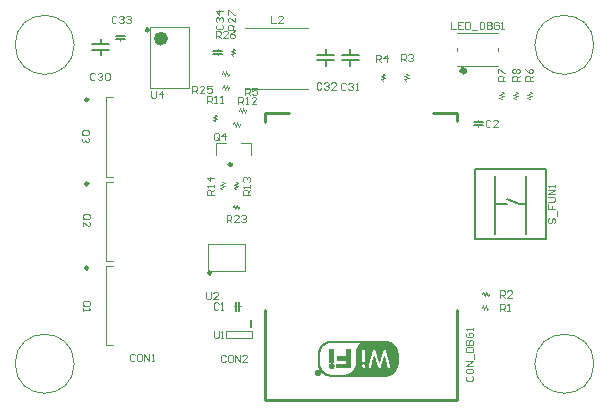
<source format=gto>
G04 Layer_Color=16777215*
%FSAX44Y44*%
%MOMM*%
G71*
G01*
G75*
%ADD26C,0.1270*%
%ADD27C,0.1524*%
%ADD28C,0.2032*%
%ADD41C,0.2500*%
%ADD42C,0.1016*%
%ADD43C,0.5000*%
%ADD44C,0.6000*%
%ADD45C,0.2000*%
%ADD46C,0.2540*%
%ADD47C,0.0127*%
D26*
X10393477Y10234676D02*
X10401097D01*
X10393477Y10232136D02*
X10401097D01*
X10192230Y10074920D02*
Y10082540D01*
X10194770Y10074920D02*
Y10082540D01*
X10172949Y10295201D02*
X10180569D01*
X10172949Y10292661D02*
X10180569D01*
X10090404Y10304642D02*
X10098024D01*
X10090404Y10307181D02*
X10098024D01*
D27*
X10077441Y10300461D02*
Y10305034D01*
Y10291318D02*
Y10295890D01*
X10070330Y10300461D02*
X10084553D01*
X10070330Y10295890D02*
X10084553D01*
X10268054Y10291572D02*
Y10296144D01*
Y10282428D02*
Y10287000D01*
X10260942Y10291572D02*
X10275166D01*
X10260942Y10287000D02*
X10275166D01*
X10288827Y10291572D02*
Y10296144D01*
Y10282428D02*
Y10287000D01*
X10281715Y10291572D02*
X10295939D01*
X10281715Y10287000D02*
X10295939D01*
D28*
X10204852Y10061496D02*
Y10067446D01*
X10411168Y10164990D02*
X10421139D01*
X10431272D02*
X10437668D01*
X10411168Y10140124D02*
Y10189146D01*
X10437668Y10140124D02*
Y10189146D01*
X10394668Y10135270D02*
Y10195270D01*
X10421139Y10169235D02*
X10431272Y10164990D01*
D41*
X10066846Y10111138D02*
G03*
X10066846Y10111138I-00001250J00000000D01*
G01*
Y10182411D02*
G03*
X10066846Y10182411I-00001250J00000000D01*
G01*
Y10253684D02*
G03*
X10066846Y10253684I-00001250J00000000D01*
G01*
X10188522Y10198696D02*
G03*
X10188522Y10198696I-00001250J00000000D01*
G01*
X10171030Y10106740D02*
G03*
X10171030Y10106740I-00001250J00000000D01*
G01*
X10118195Y10312654D02*
G03*
X10118195Y10312654I-00001250J00000000D01*
G01*
D42*
X10495000Y10030000D02*
G03*
X10495000Y10030000I-00025000J00000000D01*
G01*
X10055000D02*
G03*
X10055000Y10030000I-00025000J00000000D01*
G01*
Y10300000D02*
G03*
X10055000Y10300000I-00025000J00000000D01*
G01*
X10495000D02*
G03*
X10495000Y10300000I-00025000J00000000D01*
G01*
X10081978Y10112889D02*
X10087728D01*
X10081978Y10045889D02*
Y10112889D01*
Y10045889D02*
X10087728D01*
X10081978Y10117161D02*
X10087728D01*
X10081978D02*
Y10184161D01*
X10087728D01*
X10081978Y10255433D02*
X10087728D01*
X10081978Y10188433D02*
Y10255433D01*
Y10188433D02*
X10087728D01*
X10178494Y10178872D02*
X10180272Y10177856D01*
X10178494Y10178872D02*
X10182305Y10180142D01*
X10178494Y10181412D02*
X10182305Y10180142D01*
X10178494Y10181412D02*
X10182305Y10182682D01*
X10180231Y10183604D02*
X10182305Y10182682D01*
X10190267Y10178872D02*
X10192045Y10177856D01*
X10190267Y10178872D02*
X10194077Y10180142D01*
X10190267Y10181412D02*
X10194077Y10180142D01*
X10190267Y10181412D02*
X10194077Y10182682D01*
X10192003Y10183604D02*
X10194077Y10182682D01*
X10194273Y10230866D02*
X10195289Y10232644D01*
X10193003Y10234676D02*
X10194273Y10230866D01*
X10191733D02*
X10193003Y10234676D01*
X10190463D02*
X10191733Y10230866D01*
X10189541Y10232602D02*
X10190463Y10234676D01*
X10174478Y10241029D02*
X10176256Y10240013D01*
X10172446Y10238743D02*
X10176256Y10240013D01*
X10172446Y10238743D02*
X10176256Y10237473D01*
X10172446Y10236203D02*
X10176256Y10237473D01*
X10172446Y10236203D02*
X10174520Y10235281D01*
X10174772Y10206697D02*
Y10216697D01*
X10183514D01*
X10204772Y10206697D02*
Y10216697D01*
X10196030D02*
X10204772D01*
X10183439Y10052000D02*
X10205438D01*
X10183439Y10058000D02*
X10205438D01*
X10183439Y10052000D02*
Y10058000D01*
X10205438Y10052000D02*
Y10058000D01*
X10194893Y10244375D02*
X10195814Y10246449D01*
X10197084Y10242638D01*
X10198354Y10246449D01*
X10199624Y10242638D01*
X10200640Y10244417D01*
X10336033Y10275513D02*
X10338107Y10274591D01*
X10334297Y10273322D02*
X10338107Y10274591D01*
X10334297Y10273322D02*
X10338107Y10272052D01*
X10334297Y10270781D02*
X10338107Y10272052D01*
X10334297Y10270781D02*
X10336074Y10269766D01*
X10316221Y10275513D02*
X10318295Y10274591D01*
X10314485Y10273322D02*
X10318295Y10274591D01*
X10314485Y10273322D02*
X10318295Y10272052D01*
X10314485Y10270781D02*
X10318295Y10272052D01*
X10314485Y10270781D02*
X10316262Y10269766D01*
X10400088Y10077496D02*
X10401010Y10079570D01*
X10402279Y10075760D01*
X10403549Y10079570D01*
X10404819Y10075760D01*
X10405835Y10077538D01*
X10405073Y10087278D02*
X10405995Y10089352D01*
X10403802Y10091088D02*
X10405073Y10087278D01*
X10402533D02*
X10403802Y10091088D01*
X10401263D02*
X10402533Y10087278D01*
X10400247Y10089310D02*
X10401263Y10091088D01*
X10426827Y10255164D02*
X10428901Y10254241D01*
X10426827Y10255164D02*
X10430637Y10256433D01*
X10426827Y10257703D02*
X10430637Y10256433D01*
X10426827Y10257703D02*
X10430637Y10258973D01*
X10428859Y10259989D02*
X10430637Y10258973D01*
X10415055Y10255164D02*
X10417129Y10254241D01*
X10415055Y10255164D02*
X10418865Y10256433D01*
X10415055Y10257703D02*
X10418865Y10256433D01*
X10415055Y10257703D02*
X10418865Y10258973D01*
X10417086Y10259989D02*
X10418865Y10258973D01*
X10438600Y10255164D02*
X10440674Y10254241D01*
X10438600Y10255164D02*
X10442410Y10256433D01*
X10438600Y10257703D02*
X10442410Y10256433D01*
X10438600Y10257703D02*
X10442410Y10258973D01*
X10440631Y10259989D02*
X10442410Y10258973D01*
X10414000Y10294558D02*
Y10297606D01*
X10379202Y10294558D02*
Y10297606D01*
X10378978Y10310082D02*
X10413978D01*
X10378978Y10282083D02*
X10413978D01*
X10397288Y10234676D02*
Y10236200D01*
Y10230612D02*
Y10232136D01*
X10190706Y10078730D02*
X10192230D01*
X10194770D02*
X10196294D01*
X10168250Y10108448D02*
X10199250D01*
X10168250Y10131448D02*
X10199250D01*
X10168250Y10108448D02*
Y10131448D01*
X10199250Y10108448D02*
Y10131448D01*
X10189091Y10162752D02*
X10190013Y10164826D01*
X10191282Y10161016D01*
X10192552Y10164826D01*
X10193823Y10161016D01*
X10194839Y10162794D01*
X10187477Y10291899D02*
X10189551Y10290978D01*
X10187477Y10291899D02*
X10191287Y10293169D01*
X10187477Y10294440D02*
X10191287Y10293169D01*
X10187477Y10294440D02*
X10191287Y10295709D01*
X10189509Y10296725D02*
X10191287Y10295709D01*
X10176759Y10295201D02*
Y10296725D01*
Y10291138D02*
Y10292661D01*
X10180305Y10275616D02*
X10181227Y10277690D01*
X10182497Y10273881D01*
X10183767Y10277690D01*
X10185037Y10273881D01*
X10186053Y10275658D01*
X10185291Y10261854D02*
X10186213Y10263928D01*
X10184021Y10265664D02*
X10185291Y10261854D01*
X10182751D02*
X10184021Y10265664D01*
X10181481D02*
X10182751Y10261854D01*
X10180465Y10263885D02*
X10181481Y10265664D01*
X10094214Y10303118D02*
Y10304642D01*
Y10307181D02*
Y10308706D01*
X10200031Y10262560D02*
X10253031D01*
X10200031Y10314559D02*
X10253031D01*
X10118986Y10263785D02*
X10151987D01*
X10118986Y10314786D02*
X10151987D01*
Y10263785D02*
Y10314786D01*
X10118986Y10263785D02*
Y10314786D01*
X10173208Y10173208D02*
X10167114D01*
Y10176255D01*
X10168130Y10177271D01*
X10170161D01*
X10171177Y10176255D01*
Y10173208D01*
Y10175239D02*
X10173208Y10177271D01*
Y10179302D02*
Y10181334D01*
Y10180318D01*
X10167114D01*
X10168130Y10179302D01*
X10173208Y10187427D02*
X10167114D01*
X10170161Y10184380D01*
Y10188443D01*
X10204196Y10172954D02*
X10198102D01*
Y10176001D01*
X10199117Y10177017D01*
X10201149D01*
X10202165Y10176001D01*
Y10172954D01*
Y10174985D02*
X10204196Y10177017D01*
Y10179048D02*
Y10181079D01*
Y10180063D01*
X10198102D01*
X10199117Y10179048D01*
Y10184127D02*
X10198102Y10185142D01*
Y10187173D01*
X10199117Y10188189D01*
X10200133D01*
X10201149Y10187173D01*
Y10186158D01*
Y10187173D01*
X10202165Y10188189D01*
X10203181D01*
X10204196Y10187173D01*
Y10185142D01*
X10203181Y10184127D01*
X10194036Y10249916D02*
Y10256010D01*
X10197083D01*
X10198099Y10254994D01*
Y10252963D01*
X10197083Y10251947D01*
X10194036D01*
X10196068D02*
X10198099Y10249916D01*
X10200130D02*
X10202161D01*
X10201146D01*
Y10256010D01*
X10200130Y10254994D01*
X10209271Y10249916D02*
X10205208D01*
X10209271Y10253978D01*
Y10254994D01*
X10208256Y10256010D01*
X10206224D01*
X10205208Y10254994D01*
X10167620Y10250424D02*
Y10256519D01*
X10170667D01*
X10171683Y10255502D01*
Y10253470D01*
X10170667Y10252455D01*
X10167620D01*
X10169651D02*
X10171683Y10250424D01*
X10173714D02*
X10175745D01*
X10174730D01*
Y10256519D01*
X10173714Y10255502D01*
X10178792Y10250424D02*
X10180824D01*
X10179808D01*
Y10256519D01*
X10178792Y10255502D01*
X10177579Y10220618D02*
Y10224681D01*
X10176564Y10225696D01*
X10174532D01*
X10173516Y10224681D01*
Y10220618D01*
X10174532Y10219603D01*
X10176564D01*
X10175548Y10221634D02*
X10177579Y10219603D01*
X10176564D02*
X10177579Y10220618D01*
X10182657Y10219603D02*
Y10225696D01*
X10179611Y10222650D01*
X10183673D01*
X10062464Y10223502D02*
X10066526D01*
X10067542Y10224517D01*
Y10226548D01*
X10066526Y10227564D01*
X10062464D01*
X10061448Y10226548D01*
Y10224517D01*
X10063479Y10225533D02*
X10061448Y10223502D01*
Y10224517D02*
X10062464Y10223502D01*
X10066526Y10221470D02*
X10067542Y10220454D01*
Y10218423D01*
X10066526Y10217407D01*
X10065511D01*
X10064495Y10218423D01*
Y10219438D01*
Y10218423D01*
X10063479Y10217407D01*
X10062464D01*
X10061448Y10218423D01*
Y10220454D01*
X10062464Y10221470D01*
X10063480Y10152382D02*
X10067542D01*
X10068558Y10153397D01*
Y10155428D01*
X10067542Y10156444D01*
X10063480D01*
X10062464Y10155428D01*
Y10153397D01*
X10064495Y10154413D02*
X10062464Y10152382D01*
Y10153397D02*
X10063480Y10152382D01*
X10062464Y10146287D02*
Y10150350D01*
X10066526Y10146287D01*
X10067542D01*
X10068558Y10147303D01*
Y10149334D01*
X10067542Y10150350D01*
X10063480Y10078975D02*
X10067542D01*
X10068558Y10079991D01*
Y10082022D01*
X10067542Y10083038D01*
X10063480D01*
X10062464Y10082022D01*
Y10079991D01*
X10064495Y10081006D02*
X10062464Y10078975D01*
Y10079991D02*
X10063480Y10078975D01*
X10062464Y10076944D02*
Y10074913D01*
Y10075928D01*
X10068558D01*
X10067542Y10076944D01*
X10173208Y10057890D02*
Y10052812D01*
X10174224Y10051796D01*
X10176255D01*
X10177271Y10052812D01*
Y10057890D01*
X10179302Y10051796D02*
X10181334D01*
X10180318D01*
Y10057890D01*
X10179302Y10056874D01*
X10457435Y10153141D02*
X10456420Y10152125D01*
Y10150094D01*
X10457435Y10149078D01*
X10458451D01*
X10459467Y10150094D01*
Y10152125D01*
X10460482Y10153141D01*
X10461498D01*
X10462513Y10152125D01*
Y10150094D01*
X10461498Y10149078D01*
X10463530Y10155172D02*
Y10159235D01*
X10456420Y10165329D02*
Y10161266D01*
X10459467D01*
Y10163297D01*
Y10161266D01*
X10462513D01*
X10456420Y10167360D02*
X10461498D01*
X10462513Y10168376D01*
Y10170407D01*
X10461498Y10171423D01*
X10456420D01*
X10462513Y10173454D02*
X10456420D01*
X10462513Y10177517D01*
X10456420D01*
X10462513Y10179548D02*
Y10181580D01*
Y10180564D01*
X10456420D01*
X10457435Y10179548D01*
X10199878Y10257535D02*
Y10263630D01*
X10202925D01*
X10203940Y10262615D01*
Y10260583D01*
X10202925Y10259568D01*
X10199878D01*
X10201909D02*
X10203940Y10257535D01*
X10210035Y10263630D02*
X10205972D01*
Y10260583D01*
X10208004Y10261599D01*
X10209019D01*
X10210035Y10260583D01*
Y10258552D01*
X10209019Y10257535D01*
X10206988D01*
X10205972Y10258552D01*
X10331749Y10286025D02*
Y10292119D01*
X10334796D01*
X10335812Y10291104D01*
Y10289072D01*
X10334796Y10288057D01*
X10331749D01*
X10333781D02*
X10335812Y10286025D01*
X10337843Y10291104D02*
X10338859Y10292119D01*
X10340890D01*
X10341906Y10291104D01*
Y10290088D01*
X10340890Y10289072D01*
X10339874D01*
X10340890D01*
X10341906Y10288057D01*
Y10287041D01*
X10340890Y10286025D01*
X10338859D01*
X10337843Y10287041D01*
X10310465Y10285667D02*
Y10291760D01*
X10313512D01*
X10314528Y10290745D01*
Y10288713D01*
X10313512Y10287698D01*
X10310465D01*
X10312496D02*
X10314528Y10285667D01*
X10319606D02*
Y10291760D01*
X10316559Y10288713D01*
X10320621D01*
X10415778Y10074656D02*
Y10080750D01*
X10418824D01*
X10419841Y10079734D01*
Y10077703D01*
X10418824Y10076687D01*
X10415778D01*
X10417809D02*
X10419841Y10074656D01*
X10421873D02*
X10423904D01*
X10422888D01*
Y10080750D01*
X10421873Y10079734D01*
X10415524Y10086086D02*
Y10092180D01*
X10418571D01*
X10419586Y10091165D01*
Y10089133D01*
X10418571Y10088117D01*
X10415524D01*
X10417555D02*
X10419586Y10086086D01*
X10425681D02*
X10421617D01*
X10425681Y10090149D01*
Y10091165D01*
X10424666Y10092180D01*
X10422634D01*
X10421617Y10091165D01*
X10432161Y10269700D02*
X10426067D01*
Y10272747D01*
X10427083Y10273762D01*
X10429114D01*
X10430129Y10272747D01*
Y10269700D01*
Y10271731D02*
X10432161Y10273762D01*
X10427083Y10275795D02*
X10426067Y10276810D01*
Y10278842D01*
X10427083Y10279857D01*
X10428098D01*
X10429114Y10278842D01*
X10430129Y10279857D01*
X10431145D01*
X10432161Y10278842D01*
Y10276810D01*
X10431145Y10275795D01*
X10430129D01*
X10429114Y10276810D01*
X10428098Y10275795D01*
X10427083D01*
X10429114Y10276810D02*
Y10278842D01*
X10420188Y10269700D02*
X10414094D01*
Y10272747D01*
X10415110Y10273762D01*
X10417141D01*
X10418157Y10272747D01*
Y10269700D01*
Y10271731D02*
X10420188Y10273762D01*
X10414094Y10275795D02*
Y10279857D01*
X10415110D01*
X10419172Y10275795D01*
X10420188D01*
X10443171Y10269700D02*
X10437078D01*
Y10272747D01*
X10438093Y10273762D01*
X10440125D01*
X10441140Y10272747D01*
Y10269700D01*
Y10271731D02*
X10443171Y10273762D01*
X10437078Y10279857D02*
X10438093Y10277826D01*
X10440125Y10275795D01*
X10442156D01*
X10443171Y10276810D01*
Y10278842D01*
X10442156Y10279857D01*
X10441140D01*
X10440125Y10278842D01*
Y10275795D01*
X10373868Y10319764D02*
Y10313669D01*
X10377931D01*
X10384025Y10319764D02*
X10379962D01*
Y10313669D01*
X10384025D01*
X10379962Y10316718D02*
X10381993D01*
X10386056Y10319764D02*
Y10313669D01*
X10389103D01*
X10390118Y10314686D01*
Y10318749D01*
X10389103Y10319764D01*
X10386056D01*
X10392150Y10312654D02*
X10396212D01*
X10398245Y10319764D02*
Y10313669D01*
X10401292D01*
X10402307Y10314686D01*
Y10318749D01*
X10401292Y10319764D01*
X10398245D01*
X10404338D02*
Y10313669D01*
X10407385D01*
X10408401Y10314686D01*
Y10315702D01*
X10407385Y10316718D01*
X10404338D01*
X10407385D01*
X10408401Y10317733D01*
Y10318749D01*
X10407385Y10319764D01*
X10404338D01*
X10414495Y10318749D02*
X10413479Y10319764D01*
X10411448D01*
X10410432Y10318749D01*
Y10314686D01*
X10411448Y10313669D01*
X10413479D01*
X10414495Y10314686D01*
Y10316718D01*
X10412463D01*
X10416526Y10313669D02*
X10418557D01*
X10417542D01*
Y10319764D01*
X10416526Y10318749D01*
X10387585Y10019791D02*
X10386570Y10018775D01*
Y10016744D01*
X10387585Y10015728D01*
X10391648D01*
X10392664Y10016744D01*
Y10018775D01*
X10391648Y10019791D01*
X10386570Y10024869D02*
Y10022838D01*
X10387585Y10021822D01*
X10391648D01*
X10392664Y10022838D01*
Y10024869D01*
X10391648Y10025884D01*
X10387585D01*
X10386570Y10024869D01*
X10392664Y10027916D02*
X10386570D01*
X10392664Y10031979D01*
X10386570D01*
X10393679Y10034010D02*
Y10038073D01*
X10386570Y10040104D02*
X10392664D01*
Y10043151D01*
X10391648Y10044167D01*
X10387585D01*
X10386570Y10043151D01*
Y10040104D01*
Y10046198D02*
X10392664D01*
Y10049245D01*
X10391648Y10050261D01*
X10390632D01*
X10389617Y10049245D01*
Y10046198D01*
Y10049245D01*
X10388601Y10050261D01*
X10387585D01*
X10386570Y10049245D01*
Y10046198D01*
X10387585Y10056355D02*
X10386570Y10055339D01*
Y10053307D01*
X10387585Y10052292D01*
X10391648D01*
X10392664Y10053307D01*
Y10055339D01*
X10391648Y10056355D01*
X10389617D01*
Y10054324D01*
X10392664Y10058386D02*
Y10060417D01*
Y10059402D01*
X10386570D01*
X10387585Y10058386D01*
X10106404Y10037316D02*
X10105389Y10038332D01*
X10103358D01*
X10102342Y10037316D01*
Y10033254D01*
X10103358Y10032238D01*
X10105389D01*
X10106404Y10033254D01*
X10111483Y10038332D02*
X10109452D01*
X10108436Y10037316D01*
Y10033254D01*
X10109452Y10032238D01*
X10111483D01*
X10112499Y10033254D01*
Y10037316D01*
X10111483Y10038332D01*
X10114530Y10032238D02*
Y10038332D01*
X10118593Y10032238D01*
Y10038332D01*
X10120624Y10032238D02*
X10122656D01*
X10121639D01*
Y10038332D01*
X10120624Y10037316D01*
X10407395Y10235690D02*
X10406379Y10236706D01*
X10404348D01*
X10403333Y10235690D01*
Y10231628D01*
X10404348Y10230612D01*
X10406379D01*
X10407395Y10231628D01*
X10413489Y10230612D02*
X10409426D01*
X10413489Y10234675D01*
Y10235690D01*
X10412473Y10236706D01*
X10410442D01*
X10409426Y10235690D01*
X10177271Y10081004D02*
X10176255Y10082020D01*
X10174224D01*
X10173208Y10081004D01*
Y10076942D01*
X10174224Y10075926D01*
X10176255D01*
X10177271Y10076942D01*
X10179302Y10075926D02*
X10181334D01*
X10180318D01*
Y10082020D01*
X10179302Y10081004D01*
X10183152Y10036513D02*
X10182137Y10037529D01*
X10180106D01*
X10179090Y10036513D01*
Y10032451D01*
X10180106Y10031435D01*
X10182137D01*
X10183152Y10032451D01*
X10188231Y10037529D02*
X10186199D01*
X10185184Y10036513D01*
Y10032451D01*
X10186199Y10031435D01*
X10188231D01*
X10189246Y10032451D01*
Y10036513D01*
X10188231Y10037529D01*
X10191277Y10031435D02*
Y10037529D01*
X10195341Y10031435D01*
Y10037529D01*
X10201434Y10031435D02*
X10197372D01*
X10201434Y10035497D01*
Y10036513D01*
X10200419Y10037529D01*
X10198387D01*
X10197372Y10036513D01*
X10166858Y10090656D02*
Y10085578D01*
X10167874Y10084562D01*
X10169905D01*
X10170920Y10085578D01*
Y10090656D01*
X10177015Y10084562D02*
X10172952D01*
X10177015Y10088625D01*
Y10089641D01*
X10175999Y10090656D01*
X10173968D01*
X10172952Y10089641D01*
X10184130Y10149840D02*
Y10155934D01*
X10187177D01*
X10188193Y10154918D01*
Y10152887D01*
X10187177Y10151871D01*
X10184130D01*
X10186161D02*
X10188193Y10149840D01*
X10194286D02*
X10190224D01*
X10194286Y10153903D01*
Y10154918D01*
X10193271Y10155934D01*
X10191240D01*
X10190224Y10154918D01*
X10196318D02*
X10197334Y10155934D01*
X10199365D01*
X10200381Y10154918D01*
Y10153903D01*
X10199365Y10152887D01*
X10198350D01*
X10199365D01*
X10200381Y10151871D01*
Y10150856D01*
X10199365Y10149840D01*
X10197334D01*
X10196318Y10150856D01*
X10072804Y10275179D02*
X10071788Y10276195D01*
X10069757D01*
X10068741Y10275179D01*
Y10271117D01*
X10069757Y10270101D01*
X10071788D01*
X10072804Y10271117D01*
X10074835Y10275179D02*
X10075851Y10276195D01*
X10077883D01*
X10078898Y10275179D01*
Y10274164D01*
X10077883Y10273148D01*
X10076867D01*
X10077883D01*
X10078898Y10272133D01*
Y10271117D01*
X10077883Y10270101D01*
X10075851D01*
X10074835Y10271117D01*
X10080930Y10275179D02*
X10081945Y10276195D01*
X10083976D01*
X10084992Y10275179D01*
Y10271117D01*
X10083976Y10270101D01*
X10081945D01*
X10080930Y10271117D01*
Y10275179D01*
X10285112Y10266932D02*
X10284097Y10267948D01*
X10282065D01*
X10281050Y10266932D01*
Y10262870D01*
X10282065Y10261854D01*
X10284097D01*
X10285112Y10262870D01*
X10287144Y10266932D02*
X10288159Y10267948D01*
X10290192D01*
X10291207Y10266932D01*
Y10265917D01*
X10290192Y10264901D01*
X10289175D01*
X10290192D01*
X10291207Y10263885D01*
Y10262870D01*
X10290192Y10261854D01*
X10288159D01*
X10287144Y10262870D01*
X10293239Y10261854D02*
X10295270D01*
X10294254D01*
Y10267948D01*
X10293239Y10266932D01*
X10264285Y10267186D02*
X10263269Y10268202D01*
X10261238D01*
X10260222Y10267186D01*
Y10263124D01*
X10261238Y10262108D01*
X10263269D01*
X10264285Y10263124D01*
X10266316Y10267186D02*
X10267332Y10268202D01*
X10269363D01*
X10270378Y10267186D01*
Y10266171D01*
X10269363Y10265155D01*
X10268347D01*
X10269363D01*
X10270378Y10264139D01*
Y10263124D01*
X10269363Y10262108D01*
X10267332D01*
X10266316Y10263124D01*
X10276472Y10262108D02*
X10272410D01*
X10276472Y10266171D01*
Y10267186D01*
X10275457Y10268202D01*
X10273425D01*
X10272410Y10267186D01*
X10090823Y10323574D02*
X10089807Y10324590D01*
X10087776D01*
X10086760Y10323574D01*
Y10319512D01*
X10087776Y10318496D01*
X10089807D01*
X10090823Y10319512D01*
X10092854Y10323574D02*
X10093870Y10324590D01*
X10095901D01*
X10096917Y10323574D01*
Y10322559D01*
X10095901Y10321543D01*
X10094885D01*
X10095901D01*
X10096917Y10320527D01*
Y10319512D01*
X10095901Y10318496D01*
X10093870D01*
X10092854Y10319512D01*
X10098948Y10323574D02*
X10099963Y10324590D01*
X10101995D01*
X10103011Y10323574D01*
Y10322559D01*
X10101995Y10321543D01*
X10100979D01*
X10101995D01*
X10103011Y10320527D01*
Y10319512D01*
X10101995Y10318496D01*
X10099963D01*
X10098948Y10319512D01*
X10175900Y10317224D02*
X10174885Y10316208D01*
Y10314177D01*
X10175900Y10313162D01*
X10179963D01*
X10180979Y10314177D01*
Y10316208D01*
X10179963Y10317224D01*
X10175900Y10319257D02*
X10174885Y10320272D01*
Y10322303D01*
X10175900Y10323319D01*
X10176917D01*
X10177932Y10322303D01*
Y10321288D01*
Y10322303D01*
X10178948Y10323319D01*
X10179963D01*
X10180979Y10322303D01*
Y10320272D01*
X10179963Y10319257D01*
X10180979Y10328397D02*
X10174885D01*
X10177932Y10325350D01*
Y10329413D01*
X10221722Y10324628D02*
Y10318534D01*
X10225785D01*
X10231879D02*
X10227816D01*
X10231879Y10322596D01*
Y10323612D01*
X10230863Y10324628D01*
X10228832D01*
X10227816Y10323612D01*
X10155174Y10259314D02*
Y10265408D01*
X10158221D01*
X10159236Y10264392D01*
Y10262361D01*
X10158221Y10261345D01*
X10155174D01*
X10157205D02*
X10159236Y10259314D01*
X10165331D02*
X10161268D01*
X10165331Y10263376D01*
Y10264392D01*
X10164315Y10265408D01*
X10162284D01*
X10161268Y10264392D01*
X10171425Y10265408D02*
X10167362D01*
Y10262361D01*
X10169393Y10263376D01*
X10170409D01*
X10171425Y10262361D01*
Y10260330D01*
X10170409Y10259314D01*
X10168378D01*
X10167362Y10260330D01*
X10174986Y10305796D02*
Y10311890D01*
X10178033D01*
X10179048Y10310874D01*
Y10308843D01*
X10178033Y10307827D01*
X10174986D01*
X10177017D02*
X10179048Y10305796D01*
X10185143D02*
X10181080D01*
X10185143Y10309858D01*
Y10310874D01*
X10184127Y10311890D01*
X10182096D01*
X10181080Y10310874D01*
X10191237Y10311890D02*
X10189205Y10310874D01*
X10187174Y10308843D01*
Y10306812D01*
X10188190Y10305796D01*
X10190221D01*
X10191237Y10306812D01*
Y10307827D01*
X10190221Y10308843D01*
X10187174D01*
X10191242Y10312908D02*
X10185148D01*
Y10315955D01*
X10186164Y10316970D01*
X10188195D01*
X10189211Y10315955D01*
Y10312908D01*
Y10314939D02*
X10191242Y10316970D01*
Y10323065D02*
Y10319001D01*
X10187180Y10323065D01*
X10186164D01*
X10185148Y10322050D01*
Y10320017D01*
X10186164Y10319001D01*
X10185148Y10325096D02*
Y10329159D01*
X10186164D01*
X10190226Y10325096D01*
X10191242D01*
X10120376Y10261344D02*
Y10256266D01*
X10121392Y10255250D01*
X10123423D01*
X10124438Y10256266D01*
Y10261344D01*
X10129517Y10255250D02*
Y10261344D01*
X10126470Y10258297D01*
X10130533D01*
D43*
X10385536Y10278048D02*
G03*
X10385536Y10278048I-00001000J00000000D01*
G01*
D44*
X10131494Y10305278D02*
G03*
X10131494Y10305278I-00003000J00000000D01*
G01*
D45*
X10394668Y10135270D02*
X10454668D01*
X10394668Y10195270D02*
X10454668D01*
Y10135270D02*
Y10195270D01*
D46*
X10216910Y09999560D02*
X10379469D01*
X10216910D02*
Y10075760D01*
Y10234510D02*
Y10242130D01*
X10237230D01*
X10359149D02*
X10379469D01*
Y10235780D02*
Y10242130D01*
Y09999560D02*
Y10075760D01*
D47*
X10271139Y10019880D02*
X10318890D01*
X10270376Y10020007D02*
X10319652D01*
X10269868Y10020134D02*
X10320160D01*
X10269360Y10020261D02*
X10320669D01*
X10268979Y10020388D02*
X10321050D01*
X10268599Y10020515D02*
X10321431D01*
X10268345Y10020642D02*
X10321685D01*
X10267964Y10020769D02*
X10322065D01*
X10260343D02*
X10261614D01*
X10267710Y10020896D02*
X10322319D01*
X10260089D02*
X10261995D01*
X10285236Y10021023D02*
X10322573D01*
X10267456D02*
X10270885D01*
X10259835D02*
X10262122D01*
X10285997Y10021150D02*
X10322827D01*
X10267201D02*
X10270249D01*
X10261360D02*
X10262249D01*
X10259708D02*
X10260597D01*
X10286378Y10021277D02*
X10323081D01*
X10266947D02*
X10269741D01*
X10261741D02*
X10262502D01*
X10259581D02*
X10260216D01*
X10286886Y10021404D02*
X10323208D01*
X10266820D02*
X10269233D01*
X10261868D02*
X10262502D01*
X10259454D02*
X10260089D01*
X10287140Y10021531D02*
X10323462D01*
X10266566D02*
X10268853D01*
X10262122D02*
X10262629D01*
X10259327D02*
X10259962D01*
X10287522Y10021658D02*
X10323717D01*
X10266439D02*
X10268599D01*
X10262249D02*
X10262756D01*
X10260725D02*
X10261868D01*
X10259327D02*
X10259835D01*
X10287776Y10021785D02*
X10323844D01*
X10266185D02*
X10268218D01*
X10262249D02*
X10262756D01*
X10260343D02*
X10261868D01*
X10259200D02*
X10259708D01*
X10288030Y10021912D02*
X10323971D01*
X10266058D02*
X10267964D01*
X10262375D02*
X10262883D01*
X10260216D02*
X10261868D01*
X10259200D02*
X10259581D01*
X10288284Y10022039D02*
X10324225D01*
X10265804D02*
X10267710D01*
X10262375D02*
X10262883D01*
X10261487D02*
X10261868D01*
X10260216D02*
X10260852D01*
X10259073D02*
X10259581D01*
X10288538Y10022166D02*
X10324352D01*
X10265677D02*
X10267456D01*
X10262502D02*
X10262883D01*
X10261487D02*
X10261868D01*
X10260216D02*
X10260725D01*
X10259073D02*
X10259454D01*
X10288792Y10022293D02*
X10324479D01*
X10265551D02*
X10267329D01*
X10262502D02*
X10263010D01*
X10261487D02*
X10261868D01*
X10260216D02*
X10260725D01*
X10259073D02*
X10259454D01*
X10288918Y10022420D02*
X10324733D01*
X10265297D02*
X10267074D01*
X10262502D02*
X10263010D01*
X10261487D02*
X10261868D01*
X10260216D02*
X10260725D01*
X10259073D02*
X10259454D01*
X10289172Y10022547D02*
X10324860D01*
X10265170D02*
X10266947D01*
X10262502D02*
X10263010D01*
X10260216D02*
X10261868D01*
X10258947D02*
X10259454D01*
X10289299Y10022674D02*
X10324987D01*
X10265043D02*
X10266693D01*
X10262502D02*
X10263010D01*
X10260343D02*
X10261868D01*
X10258947D02*
X10259454D01*
X10289553Y10022801D02*
X10325114D01*
X10264916D02*
X10266566D01*
X10262629D02*
X10263010D01*
X10260597D02*
X10261868D01*
X10258947D02*
X10259454D01*
X10289680Y10022928D02*
X10325240D01*
X10264789D02*
X10266312D01*
X10262502D02*
X10263010D01*
X10261487D02*
X10261868D01*
X10260597D02*
X10261233D01*
X10258947D02*
X10259454D01*
X10289807Y10023055D02*
X10325367D01*
X10264662D02*
X10266185D01*
X10262502D02*
X10263010D01*
X10261487D02*
X10261868D01*
X10260470D02*
X10260979D01*
X10259073D02*
X10259454D01*
X10289934Y10023182D02*
X10325494D01*
X10264535D02*
X10266058D01*
X10262502D02*
X10263010D01*
X10261487D02*
X10261868D01*
X10260343D02*
X10260979D01*
X10259073D02*
X10259454D01*
X10290188Y10023309D02*
X10325621D01*
X10264408D02*
X10265804D01*
X10262502D02*
X10262883D01*
X10261487D02*
X10261868D01*
X10260343D02*
X10260852D01*
X10259073D02*
X10259581D01*
X10290315Y10023436D02*
X10325748D01*
X10264281D02*
X10265677D01*
X10262375D02*
X10262883D01*
X10261487D02*
X10261868D01*
X10260216D02*
X10260725D01*
X10259073D02*
X10259581D01*
X10290442Y10023563D02*
X10325875D01*
X10264154D02*
X10265551D01*
X10262375D02*
X10262756D01*
X10261487D02*
X10261868D01*
X10260089D02*
X10260725D01*
X10259200D02*
X10259708D01*
X10290570Y10023690D02*
X10326002D01*
X10264027D02*
X10265424D01*
X10262249D02*
X10262756D01*
X10261487D02*
X10261868D01*
X10260089D02*
X10260597D01*
X10259200D02*
X10259708D01*
X10290697Y10023817D02*
X10326129D01*
X10263899D02*
X10265297D01*
X10262122D02*
X10262629D01*
X10259327D02*
X10259835D01*
X10290824Y10023944D02*
X10326256D01*
X10263899D02*
X10265170D01*
X10261995D02*
X10262629D01*
X10259454D02*
X10260089D01*
X10290951Y10024071D02*
X10326256D01*
X10263772D02*
X10265043D01*
X10261741D02*
X10262502D01*
X10259581D02*
X10260216D01*
X10290951Y10024198D02*
X10326383D01*
X10263645D02*
X10264916D01*
X10261487D02*
X10262375D01*
X10259708D02*
X10260470D01*
X10291078Y10024325D02*
X10326510D01*
X10263518D02*
X10264789D01*
X10259835D02*
X10262122D01*
X10291205Y10024452D02*
X10326637D01*
X10263391D02*
X10264789D01*
X10259962D02*
X10261995D01*
X10291332Y10024579D02*
X10326637D01*
X10263391D02*
X10264662D01*
X10260343D02*
X10261614D01*
X10291459Y10024706D02*
X10326764D01*
X10263264D02*
X10264535D01*
X10291586Y10024833D02*
X10326892D01*
X10263137D02*
X10264408D01*
X10291586Y10024960D02*
X10327019D01*
X10263137D02*
X10264281D01*
X10291713Y10025087D02*
X10327019D01*
X10263010D02*
X10264281D01*
X10291840Y10025214D02*
X10327146D01*
X10262883D02*
X10264154D01*
X10291840Y10025341D02*
X10327146D01*
X10262883D02*
X10264027D01*
X10291967Y10025468D02*
X10327273D01*
X10262756D02*
X10264027D01*
X10292094Y10025595D02*
X10327400D01*
X10262756D02*
X10263899D01*
X10292094Y10025722D02*
X10327400D01*
X10262629D02*
X10263772D01*
X10292220Y10025849D02*
X10327527D01*
X10262502D02*
X10263772D01*
X10292220Y10025976D02*
X10327527D01*
X10262502D02*
X10263645D01*
X10292347Y10026103D02*
X10327654D01*
X10262375D02*
X10263645D01*
X10292347Y10026230D02*
X10327654D01*
X10262375D02*
X10263518D01*
X10292474Y10026357D02*
X10327781D01*
X10262249D02*
X10263391D01*
X10299967Y10026484D02*
X10327781D01*
X10292474D02*
X10299332D01*
X10272535D02*
X10273043D01*
X10262249D02*
X10263391D01*
X10300476Y10026611D02*
X10327908D01*
X10292601D02*
X10298951D01*
X10272028D02*
X10273551D01*
X10262249D02*
X10263264D01*
X10300730Y10026738D02*
X10327908D01*
X10292601D02*
X10298698D01*
X10271774D02*
X10273805D01*
X10262122D02*
X10263264D01*
X10322827Y10026865D02*
X10327908D01*
X10322573D02*
X10322700D01*
X10320033D02*
X10320288D01*
X10314446D02*
X10319906D01*
X10312032D02*
X10312159D01*
X10311652D02*
X10311906D01*
X10306190D02*
X10311525D01*
X10303269D02*
X10303396D01*
X10300857D02*
X10303142D01*
X10292728D02*
X10298444D01*
X10271520D02*
X10273933D01*
X10262122D02*
X10263264D01*
X10322954Y10026992D02*
X10328035D01*
X10314446D02*
X10319525D01*
X10306317D02*
X10311525D01*
X10300984D02*
X10303142D01*
X10292728D02*
X10298317D01*
X10276726D02*
X10288284D01*
X10271393D02*
X10274060D01*
X10261995D02*
X10263137D01*
X10322954Y10027119D02*
X10328035D01*
X10314446D02*
X10319525D01*
X10306317D02*
X10311398D01*
X10301111D02*
X10303142D01*
X10292728D02*
X10298190D01*
X10276599D02*
X10288284D01*
X10271266D02*
X10274187D01*
X10261995D02*
X10263137D01*
X10322827Y10027246D02*
X10328162D01*
X10314573D02*
X10319525D01*
X10306317D02*
X10311398D01*
X10301238D02*
X10303269D01*
X10292855D02*
X10298063D01*
X10276726D02*
X10288284D01*
X10271266D02*
X10274314D01*
X10261995D02*
X10263010D01*
X10322827Y10027373D02*
X10328162D01*
X10314573D02*
X10319525D01*
X10306444D02*
X10311398D01*
X10301365D02*
X10303269D01*
X10292855D02*
X10298063D01*
X10276726D02*
X10288284D01*
X10271139D02*
X10274441D01*
X10261868D02*
X10263010D01*
X10322827Y10027500D02*
X10328162D01*
X10314573D02*
X10319398D01*
X10306444D02*
X10311398D01*
X10301365D02*
X10303269D01*
X10292982D02*
X10297936D01*
X10276726D02*
X10288284D01*
X10271012D02*
X10274441D01*
X10261868D02*
X10263010D01*
X10322827Y10027627D02*
X10328289D01*
X10314700D02*
X10319398D01*
X10306444D02*
X10311271D01*
X10301492D02*
X10303269D01*
X10292982D02*
X10297936D01*
X10276726D02*
X10288284D01*
X10271012D02*
X10274568D01*
X10261741D02*
X10262883D01*
X10322700Y10027754D02*
X10328289D01*
X10314700D02*
X10319398D01*
X10306444D02*
X10311271D01*
X10301492D02*
X10303396D01*
X10292982D02*
X10297809D01*
X10276726D02*
X10288284D01*
X10270885D02*
X10274568D01*
X10261741D02*
X10262883D01*
X10322700Y10027881D02*
X10328289D01*
X10314700D02*
X10319398D01*
X10306444D02*
X10311271D01*
X10301492D02*
X10303396D01*
X10293109D02*
X10297809D01*
X10276726D02*
X10288284D01*
X10270885D02*
X10274568D01*
X10261741D02*
X10262756D01*
X10322700Y10028008D02*
X10328416D01*
X10314827D02*
X10319271D01*
X10306571D02*
X10311144D01*
X10301619D02*
X10303396D01*
X10293109D02*
X10297809D01*
X10276726D02*
X10288284D01*
X10270885D02*
X10274695D01*
X10261741D02*
X10262756D01*
X10322700Y10028135D02*
X10328416D01*
X10314827D02*
X10319271D01*
X10306571D02*
X10311144D01*
X10301619D02*
X10303396D01*
X10293109D02*
X10297809D01*
X10276726D02*
X10288284D01*
X10270885D02*
X10274695D01*
X10261614D02*
X10262756D01*
X10322573Y10028262D02*
X10328416D01*
X10314827D02*
X10319271D01*
X10306571D02*
X10311144D01*
X10301619D02*
X10303523D01*
X10293109D02*
X10297809D01*
X10276726D02*
X10288284D01*
X10270885D02*
X10274695D01*
X10261614D02*
X10262756D01*
X10322573Y10028389D02*
X10328416D01*
X10314827D02*
X10319271D01*
X10306571D02*
X10311144D01*
X10301619D02*
X10303523D01*
X10293236D02*
X10297682D01*
X10276726D02*
X10288284D01*
X10270885D02*
X10274695D01*
X10261614D02*
X10262629D01*
X10322573Y10028516D02*
X10328542D01*
X10314954D02*
X10319271D01*
X10306698D02*
X10311017D01*
X10301619D02*
X10303523D01*
X10293236D02*
X10297809D01*
X10276726D02*
X10288284D01*
X10270885D02*
X10274695D01*
X10261487D02*
X10262629D01*
X10322573Y10028643D02*
X10328542D01*
X10314954D02*
X10319144D01*
X10306698D02*
X10311017D01*
X10301619D02*
X10303523D01*
X10293236D02*
X10297809D01*
X10276726D02*
X10288284D01*
X10270885D02*
X10274695D01*
X10261487D02*
X10262629D01*
X10322446Y10028770D02*
X10328542D01*
X10314954D02*
X10319144D01*
X10306698D02*
X10311017D01*
X10301492D02*
X10303650D01*
X10293236D02*
X10297809D01*
X10276726D02*
X10288284D01*
X10270885D02*
X10274695D01*
X10261487D02*
X10262629D01*
X10322446Y10028897D02*
X10328542D01*
X10315081D02*
X10319144D01*
X10306698D02*
X10310890D01*
X10301492D02*
X10303650D01*
X10293363D02*
X10297809D01*
X10276726D02*
X10288284D01*
X10270885D02*
X10274568D01*
X10261487D02*
X10262502D01*
X10322446Y10029024D02*
X10328542D01*
X10315081D02*
X10319144D01*
X10306825D02*
X10310890D01*
X10301492D02*
X10303650D01*
X10293363D02*
X10297809D01*
X10276726D02*
X10288284D01*
X10271012D02*
X10274568D01*
X10261487D02*
X10262502D01*
X10322319Y10029151D02*
X10328669D01*
X10315081D02*
X10319017D01*
X10306825D02*
X10310890D01*
X10301492D02*
X10303650D01*
X10293363D02*
X10297936D01*
X10276726D02*
X10288284D01*
X10271012D02*
X10274568D01*
X10261360D02*
X10262502D01*
X10322319Y10029278D02*
X10328669D01*
X10315081D02*
X10319017D01*
X10306825D02*
X10310890D01*
X10301365D02*
X10303778D01*
X10293363D02*
X10297936D01*
X10276726D02*
X10288284D01*
X10271012D02*
X10274441D01*
X10261360D02*
X10262502D01*
X10322319Y10029405D02*
X10328669D01*
X10315208D02*
X10319017D01*
X10306825D02*
X10310763D01*
X10301365D02*
X10303778D01*
X10293363D02*
X10298063D01*
X10276726D02*
X10288284D01*
X10271139D02*
X10274441D01*
X10261360D02*
X10262502D01*
X10322319Y10029532D02*
X10328669D01*
X10315208D02*
X10319017D01*
X10306952D02*
X10310763D01*
X10301238D02*
X10303778D01*
X10293363D02*
X10298190D01*
X10276726D02*
X10288284D01*
X10271266D02*
X10274314D01*
X10261360D02*
X10262375D01*
X10322192Y10029659D02*
X10328669D01*
X10315208D02*
X10319017D01*
X10306952D02*
X10310763D01*
X10301111D02*
X10303905D01*
X10293363D02*
X10298190D01*
X10276726D02*
X10288284D01*
X10271266D02*
X10274187D01*
X10261360D02*
X10262375D01*
X10322192Y10029786D02*
X10328669D01*
X10315334D02*
X10318890D01*
X10306952D02*
X10310636D01*
X10300984D02*
X10303905D01*
X10293490D02*
X10298317D01*
X10276599D02*
X10288284D01*
X10271393D02*
X10274060D01*
X10261360D02*
X10262375D01*
X10322192Y10029913D02*
X10328669D01*
X10315334D02*
X10318890D01*
X10306952D02*
X10310636D01*
X10300857D02*
X10303905D01*
X10293490D02*
X10298444D01*
X10276726D02*
X10288284D01*
X10271647D02*
X10273933D01*
X10261360D02*
X10262375D01*
X10322192Y10030040D02*
X10328796D01*
X10315334D02*
X10318890D01*
X10306952D02*
X10310636D01*
X10300603D02*
X10303905D01*
X10293490D02*
X10298698D01*
X10284855D02*
X10288284D01*
X10271774D02*
X10273805D01*
X10261233D02*
X10262375D01*
X10322065Y10030167D02*
X10328796D01*
X10315461D02*
X10318890D01*
X10307080D02*
X10310636D01*
X10300348D02*
X10304032D01*
X10293490D02*
X10298951D01*
X10284855D02*
X10288284D01*
X10272028D02*
X10273424D01*
X10261233D02*
X10262375D01*
X10322065Y10030294D02*
X10328796D01*
X10315461D02*
X10318763D01*
X10307080D02*
X10310509D01*
X10299840D02*
X10304032D01*
X10293490D02*
X10299713D01*
X10284855D02*
X10288284D01*
X10272789D02*
X10272916D01*
X10261233D02*
X10262375D01*
X10322065Y10030421D02*
X10328796D01*
X10315461D02*
X10318763D01*
X10307080D02*
X10310509D01*
X10293490D02*
X10304032D01*
X10284855D02*
X10288284D01*
X10261233D02*
X10262375D01*
X10322065Y10030548D02*
X10328796D01*
X10315461D02*
X10318763D01*
X10307080D02*
X10310509D01*
X10293490D02*
X10304032D01*
X10284855D02*
X10288284D01*
X10261233D02*
X10262375D01*
X10321938Y10030675D02*
X10328796D01*
X10315588D02*
X10318763D01*
X10307080D02*
X10310382D01*
X10293490D02*
X10304159D01*
X10284855D02*
X10288284D01*
X10261233D02*
X10262375D01*
X10321938Y10030802D02*
X10328796D01*
X10315588D02*
X10318763D01*
X10307207D02*
X10310382D01*
X10293490D02*
X10304159D01*
X10284855D02*
X10288284D01*
X10261233D02*
X10262375D01*
X10321938Y10030929D02*
X10328796D01*
X10315588D02*
X10318636D01*
X10307207D02*
X10310382D01*
X10293490D02*
X10304159D01*
X10284855D02*
X10288284D01*
X10261233D02*
X10262375D01*
X10321812Y10031056D02*
X10328796D01*
X10315715D02*
X10318636D01*
X10307207D02*
X10310382D01*
X10293490D02*
X10304159D01*
X10284855D02*
X10288284D01*
X10261233D02*
X10262375D01*
X10321812Y10031183D02*
X10328796D01*
X10315715D02*
X10318636D01*
X10307207D02*
X10310254D01*
X10293490D02*
X10304286D01*
X10284855D02*
X10288284D01*
X10261233D02*
X10262375D01*
X10321812Y10031310D02*
X10328796D01*
X10315715D02*
X10318636D01*
X10307334D02*
X10310254D01*
X10293490D02*
X10304286D01*
X10284855D02*
X10288284D01*
X10261233D02*
X10262375D01*
X10321812Y10031437D02*
X10328796D01*
X10315715D02*
X10318510D01*
X10307334D02*
X10310254D01*
X10293490D02*
X10304286D01*
X10284855D02*
X10288284D01*
X10261233D02*
X10262375D01*
X10321685Y10031564D02*
X10328796D01*
X10315842D02*
X10318510D01*
X10307334D02*
X10310127D01*
X10293490D02*
X10304286D01*
X10284855D02*
X10288284D01*
X10261233D02*
X10262375D01*
X10321685Y10031691D02*
X10328796D01*
X10315842D02*
X10318510D01*
X10307334D02*
X10310127D01*
X10293490D02*
X10304413D01*
X10284855D02*
X10288284D01*
X10261233D02*
X10262375D01*
X10321685Y10031818D02*
X10328796D01*
X10315842D02*
X10318510D01*
X10313048D02*
X10313175D01*
X10307461D02*
X10310127D01*
X10301365D02*
X10304413D01*
X10293490D02*
X10298063D01*
X10284855D02*
X10288284D01*
X10271139D02*
X10274441D01*
X10261233D02*
X10262375D01*
X10321685Y10031945D02*
X10328796D01*
X10315969D02*
X10318383D01*
X10312921D02*
X10313175D01*
X10307461D02*
X10310127D01*
X10301365D02*
X10304413D01*
X10293490D02*
X10298063D01*
X10284855D02*
X10288284D01*
X10271139D02*
X10274441D01*
X10261233D02*
X10262375D01*
X10321558Y10032072D02*
X10328796D01*
X10315969D02*
X10318383D01*
X10312921D02*
X10313175D01*
X10307461D02*
X10310000D01*
X10301365D02*
X10304540D01*
X10293490D02*
X10298063D01*
X10284855D02*
X10288284D01*
X10271139D02*
X10274441D01*
X10261233D02*
X10262375D01*
X10321558Y10032199D02*
X10328796D01*
X10315969D02*
X10318383D01*
X10312921D02*
X10313175D01*
X10307461D02*
X10310000D01*
X10301365D02*
X10304540D01*
X10293490D02*
X10298063D01*
X10284855D02*
X10288284D01*
X10271139D02*
X10274441D01*
X10261233D02*
X10262375D01*
X10321558Y10032326D02*
X10328796D01*
X10316096D02*
X10318383D01*
X10312921D02*
X10313302D01*
X10307588D02*
X10310000D01*
X10301365D02*
X10304540D01*
X10293490D02*
X10298063D01*
X10284855D02*
X10288284D01*
X10271139D02*
X10274441D01*
X10261233D02*
X10262375D01*
X10321558Y10032453D02*
X10328796D01*
X10316096D02*
X10318383D01*
X10312794D02*
X10313302D01*
X10307588D02*
X10310000D01*
X10301238D02*
X10304540D01*
X10293490D02*
X10298063D01*
X10284855D02*
X10288284D01*
X10271139D02*
X10274441D01*
X10261233D02*
X10262375D01*
X10321431Y10032580D02*
X10328796D01*
X10316096D02*
X10318256D01*
X10312794D02*
X10313302D01*
X10307588D02*
X10309873D01*
X10301365D02*
X10304667D01*
X10293490D02*
X10298063D01*
X10284855D02*
X10288284D01*
X10271139D02*
X10274441D01*
X10261233D02*
X10262375D01*
X10321431Y10032707D02*
X10328796D01*
X10316096D02*
X10318256D01*
X10312794D02*
X10313429D01*
X10307588D02*
X10309873D01*
X10301365D02*
X10304667D01*
X10293490D02*
X10298063D01*
X10284855D02*
X10288284D01*
X10271139D02*
X10274441D01*
X10261233D02*
X10262375D01*
X10321431Y10032834D02*
X10328796D01*
X10316223D02*
X10318256D01*
X10312667D02*
X10313429D01*
X10307588D02*
X10309873D01*
X10301365D02*
X10304667D01*
X10293490D02*
X10298063D01*
X10284855D02*
X10288284D01*
X10271139D02*
X10274441D01*
X10261233D02*
X10262375D01*
X10321304Y10032961D02*
X10328796D01*
X10316223D02*
X10318256D01*
X10312667D02*
X10313429D01*
X10307715D02*
X10309746D01*
X10301365D02*
X10304667D01*
X10293490D02*
X10298063D01*
X10284855D02*
X10288284D01*
X10271139D02*
X10274441D01*
X10261233D02*
X10262375D01*
X10321304Y10033088D02*
X10328796D01*
X10316223D02*
X10318129D01*
X10312667D02*
X10313429D01*
X10307715D02*
X10309746D01*
X10301365D02*
X10304794D01*
X10293490D02*
X10298063D01*
X10284855D02*
X10288284D01*
X10271139D02*
X10274441D01*
X10261233D02*
X10262375D01*
X10321304Y10033215D02*
X10328796D01*
X10316350D02*
X10318129D01*
X10312667D02*
X10313556D01*
X10307715D02*
X10309746D01*
X10301365D02*
X10304794D01*
X10293490D02*
X10298063D01*
X10277235D02*
X10288284D01*
X10271139D02*
X10274441D01*
X10261233D02*
X10262375D01*
X10321304Y10033342D02*
X10328796D01*
X10316350D02*
X10318129D01*
X10312540D02*
X10313556D01*
X10307715D02*
X10309746D01*
X10301365D02*
X10304794D01*
X10293490D02*
X10298063D01*
X10277235D02*
X10288284D01*
X10271139D02*
X10274441D01*
X10261233D02*
X10262375D01*
X10321177Y10033469D02*
X10328796D01*
X10316350D02*
X10318129D01*
X10312540D02*
X10313556D01*
X10307842D02*
X10309619D01*
X10301365D02*
X10304794D01*
X10293490D02*
X10298063D01*
X10277235D02*
X10288284D01*
X10271139D02*
X10274441D01*
X10261233D02*
X10262375D01*
X10321177Y10033596D02*
X10328796D01*
X10316477D02*
X10318129D01*
X10312540D02*
X10313684D01*
X10307842D02*
X10309619D01*
X10301365D02*
X10304921D01*
X10293490D02*
X10298063D01*
X10277235D02*
X10288284D01*
X10271139D02*
X10274441D01*
X10261233D02*
X10262375D01*
X10321177Y10033723D02*
X10328796D01*
X10316477D02*
X10318002D01*
X10312413D02*
X10313684D01*
X10307842D02*
X10309619D01*
X10301365D02*
X10304921D01*
X10293490D02*
X10298063D01*
X10277235D02*
X10288284D01*
X10271139D02*
X10274441D01*
X10261233D02*
X10262375D01*
X10321177Y10033850D02*
X10328796D01*
X10316477D02*
X10318002D01*
X10312413D02*
X10313684D01*
X10307842D02*
X10309492D01*
X10301365D02*
X10304921D01*
X10293490D02*
X10298063D01*
X10277235D02*
X10288284D01*
X10271139D02*
X10274441D01*
X10261233D02*
X10262375D01*
X10321050Y10033977D02*
X10328796D01*
X10316477D02*
X10318002D01*
X10312413D02*
X10313684D01*
X10307969D02*
X10309492D01*
X10301365D02*
X10305048D01*
X10293490D02*
X10298063D01*
X10277235D02*
X10288284D01*
X10271139D02*
X10274441D01*
X10261233D02*
X10262375D01*
X10321050Y10034104D02*
X10328796D01*
X10316604D02*
X10318002D01*
X10312413D02*
X10313811D01*
X10307969D02*
X10309492D01*
X10301365D02*
X10305048D01*
X10293490D02*
X10298063D01*
X10277235D02*
X10288284D01*
X10271139D02*
X10274441D01*
X10261233D02*
X10262375D01*
X10321050Y10034231D02*
X10328796D01*
X10316604D02*
X10317875D01*
X10312286D02*
X10313811D01*
X10307969D02*
X10309492D01*
X10301365D02*
X10305048D01*
X10293490D02*
X10298063D01*
X10277235D02*
X10288284D01*
X10271139D02*
X10274441D01*
X10261233D02*
X10262375D01*
X10320923Y10034358D02*
X10328796D01*
X10316604D02*
X10317875D01*
X10312286D02*
X10313811D01*
X10307969D02*
X10309365D01*
X10301365D02*
X10305048D01*
X10293490D02*
X10298063D01*
X10277235D02*
X10288284D01*
X10271139D02*
X10274441D01*
X10261233D02*
X10262375D01*
X10320923Y10034485D02*
X10328796D01*
X10316731D02*
X10317875D01*
X10312286D02*
X10313938D01*
X10307969D02*
X10309365D01*
X10301365D02*
X10305175D01*
X10293490D02*
X10298063D01*
X10277235D02*
X10288284D01*
X10271139D02*
X10274441D01*
X10261233D02*
X10262375D01*
X10320923Y10034612D02*
X10328796D01*
X10316731D02*
X10317875D01*
X10312159D02*
X10313938D01*
X10308096D02*
X10309365D01*
X10301365D02*
X10305175D01*
X10293490D02*
X10298063D01*
X10277235D02*
X10288284D01*
X10271139D02*
X10274441D01*
X10261233D02*
X10262375D01*
X10320923Y10034739D02*
X10328796D01*
X10316731D02*
X10317875D01*
X10312159D02*
X10313938D01*
X10308096D02*
X10309238D01*
X10301365D02*
X10305175D01*
X10293490D02*
X10298063D01*
X10277235D02*
X10288284D01*
X10271139D02*
X10274441D01*
X10261233D02*
X10262375D01*
X10320796Y10034866D02*
X10328796D01*
X10316731D02*
X10317748D01*
X10312159D02*
X10313938D01*
X10308096D02*
X10309238D01*
X10301365D02*
X10305175D01*
X10293490D02*
X10298063D01*
X10277235D02*
X10288284D01*
X10271139D02*
X10274441D01*
X10261233D02*
X10262375D01*
X10320796Y10034993D02*
X10328796D01*
X10316858D02*
X10317748D01*
X10312159D02*
X10314065D01*
X10308096D02*
X10309238D01*
X10301365D02*
X10305302D01*
X10293490D02*
X10298063D01*
X10277235D02*
X10288284D01*
X10271139D02*
X10274441D01*
X10261233D02*
X10262375D01*
X10320796Y10035120D02*
X10328796D01*
X10316858D02*
X10317748D01*
X10312032D02*
X10314065D01*
X10308223D02*
X10309111D01*
X10301365D02*
X10305302D01*
X10293490D02*
X10298063D01*
X10277235D02*
X10288284D01*
X10271139D02*
X10274441D01*
X10261233D02*
X10262375D01*
X10320796Y10035247D02*
X10328796D01*
X10316858D02*
X10317748D01*
X10312032D02*
X10314065D01*
X10308223D02*
X10309111D01*
X10301365D02*
X10305302D01*
X10293490D02*
X10298063D01*
X10277235D02*
X10288284D01*
X10271139D02*
X10274441D01*
X10261233D02*
X10262375D01*
X10320669Y10035374D02*
X10328796D01*
X10316986D02*
X10317621D01*
X10312032D02*
X10314192D01*
X10308223D02*
X10309111D01*
X10301365D02*
X10305302D01*
X10293490D02*
X10298063D01*
X10277235D02*
X10288284D01*
X10271139D02*
X10274441D01*
X10261233D02*
X10262375D01*
X10320669Y10035501D02*
X10328796D01*
X10316986D02*
X10317621D01*
X10311906D02*
X10314192D01*
X10308223D02*
X10309111D01*
X10301365D02*
X10305428D01*
X10293490D02*
X10298063D01*
X10277235D02*
X10288284D01*
X10271139D02*
X10274441D01*
X10261233D02*
X10262375D01*
X10320669Y10035628D02*
X10328796D01*
X10316986D02*
X10317621D01*
X10311906D02*
X10314192D01*
X10308350D02*
X10308984D01*
X10301365D02*
X10305428D01*
X10293490D02*
X10298063D01*
X10277235D02*
X10288284D01*
X10271139D02*
X10274441D01*
X10261233D02*
X10262375D01*
X10320669Y10035755D02*
X10328796D01*
X10317113D02*
X10317621D01*
X10311906D02*
X10314192D01*
X10308350D02*
X10308984D01*
X10301365D02*
X10305428D01*
X10293490D02*
X10298063D01*
X10277235D02*
X10288284D01*
X10271139D02*
X10274441D01*
X10261233D02*
X10262375D01*
X10320542Y10035882D02*
X10328796D01*
X10317113D02*
X10317621D01*
X10311906D02*
X10314319D01*
X10308350D02*
X10308984D01*
X10301365D02*
X10305428D01*
X10293490D02*
X10298063D01*
X10277235D02*
X10288284D01*
X10271139D02*
X10274441D01*
X10261233D02*
X10262375D01*
X10320542Y10036009D02*
X10328796D01*
X10317113D02*
X10317494D01*
X10311779D02*
X10314319D01*
X10308350D02*
X10308984D01*
X10301365D02*
X10305555D01*
X10293490D02*
X10298063D01*
X10277235D02*
X10288284D01*
X10271139D02*
X10274441D01*
X10261233D02*
X10262375D01*
X10320542Y10036136D02*
X10328796D01*
X10317113D02*
X10317494D01*
X10311779D02*
X10314319D01*
X10308350D02*
X10308857D01*
X10301365D02*
X10305555D01*
X10293490D02*
X10298063D01*
X10277235D02*
X10288284D01*
X10271139D02*
X10274441D01*
X10261233D02*
X10262375D01*
X10320415Y10036263D02*
X10328796D01*
X10317240D02*
X10317494D01*
X10311779D02*
X10314446D01*
X10308477D02*
X10308857D01*
X10301365D02*
X10305555D01*
X10293490D02*
X10298063D01*
X10277235D02*
X10288284D01*
X10271139D02*
X10274441D01*
X10261233D02*
X10262375D01*
X10320415Y10036390D02*
X10328796D01*
X10317240D02*
X10317494D01*
X10311652D02*
X10314446D01*
X10308477D02*
X10308857D01*
X10301365D02*
X10305682D01*
X10293490D02*
X10298063D01*
X10284855D02*
X10288284D01*
X10271139D02*
X10274441D01*
X10261233D02*
X10262375D01*
X10320415Y10036517D02*
X10328796D01*
X10317240D02*
X10317367D01*
X10311652D02*
X10314446D01*
X10308477D02*
X10308730D01*
X10301365D02*
X10305682D01*
X10293490D02*
X10298063D01*
X10284855D02*
X10288284D01*
X10271139D02*
X10274441D01*
X10261233D02*
X10262375D01*
X10320415Y10036644D02*
X10328796D01*
X10311652D02*
X10314446D01*
X10308477D02*
X10308730D01*
X10301365D02*
X10305682D01*
X10293490D02*
X10298063D01*
X10284855D02*
X10288284D01*
X10271139D02*
X10274441D01*
X10261233D02*
X10262375D01*
X10320288Y10036771D02*
X10328796D01*
X10311652D02*
X10314573D01*
X10308604D02*
X10308730D01*
X10301365D02*
X10305682D01*
X10293490D02*
X10298063D01*
X10284855D02*
X10288284D01*
X10271139D02*
X10274441D01*
X10261233D02*
X10262375D01*
X10320288Y10036898D02*
X10328796D01*
X10311525D02*
X10314573D01*
X10308604D02*
X10308730D01*
X10301365D02*
X10305809D01*
X10293490D02*
X10298063D01*
X10284855D02*
X10288284D01*
X10271139D02*
X10274441D01*
X10261233D02*
X10262375D01*
X10320288Y10037025D02*
X10328796D01*
X10311525D02*
X10314573D01*
X10301365D02*
X10305809D01*
X10293490D02*
X10298063D01*
X10284855D02*
X10288284D01*
X10271139D02*
X10274441D01*
X10261233D02*
X10262375D01*
X10320288Y10037152D02*
X10328796D01*
X10311525D02*
X10314700D01*
X10301365D02*
X10305809D01*
X10293490D02*
X10298063D01*
X10284855D02*
X10288284D01*
X10271139D02*
X10274441D01*
X10261233D02*
X10262375D01*
X10320160Y10037279D02*
X10328796D01*
X10311398D02*
X10314700D01*
X10301365D02*
X10305809D01*
X10293490D02*
X10298063D01*
X10284855D02*
X10288284D01*
X10271139D02*
X10274441D01*
X10261233D02*
X10262375D01*
X10320160Y10037406D02*
X10328796D01*
X10311398D02*
X10314700D01*
X10301365D02*
X10305936D01*
X10293490D02*
X10298063D01*
X10284855D02*
X10288284D01*
X10271139D02*
X10274441D01*
X10261233D02*
X10262375D01*
X10320160Y10037533D02*
X10328796D01*
X10311398D02*
X10314827D01*
X10301365D02*
X10305936D01*
X10293490D02*
X10298063D01*
X10284855D02*
X10288284D01*
X10271139D02*
X10274441D01*
X10261233D02*
X10262375D01*
X10320033Y10037660D02*
X10328796D01*
X10311271D02*
X10314827D01*
X10301365D02*
X10305936D01*
X10293490D02*
X10298063D01*
X10284855D02*
X10288284D01*
X10271139D02*
X10274441D01*
X10261233D02*
X10262375D01*
X10320033Y10037787D02*
X10328796D01*
X10311271D02*
X10314827D01*
X10301365D02*
X10305936D01*
X10293490D02*
X10298063D01*
X10284855D02*
X10288284D01*
X10271139D02*
X10274441D01*
X10261233D02*
X10262375D01*
X10320033Y10037914D02*
X10328796D01*
X10311271D02*
X10314827D01*
X10301365D02*
X10306063D01*
X10293490D02*
X10298063D01*
X10284855D02*
X10288284D01*
X10271139D02*
X10274441D01*
X10261233D02*
X10262375D01*
X10320033Y10038041D02*
X10328796D01*
X10311271D02*
X10314954D01*
X10301365D02*
X10306063D01*
X10293490D02*
X10298063D01*
X10284855D02*
X10288284D01*
X10271139D02*
X10274441D01*
X10261233D02*
X10262375D01*
X10319906Y10038168D02*
X10328796D01*
X10311144D02*
X10314954D01*
X10301365D02*
X10306063D01*
X10293490D02*
X10298063D01*
X10284855D02*
X10288284D01*
X10271139D02*
X10274441D01*
X10261233D02*
X10262375D01*
X10319906Y10038295D02*
X10328796D01*
X10311144D02*
X10314954D01*
X10301365D02*
X10306063D01*
X10293490D02*
X10298063D01*
X10284855D02*
X10288284D01*
X10271139D02*
X10274441D01*
X10261233D02*
X10262375D01*
X10319906Y10038422D02*
X10328796D01*
X10311144D02*
X10315081D01*
X10301365D02*
X10306190D01*
X10293490D02*
X10298063D01*
X10284855D02*
X10288284D01*
X10271139D02*
X10274441D01*
X10261233D02*
X10262375D01*
X10319906Y10038549D02*
X10328796D01*
X10311144D02*
X10315081D01*
X10301365D02*
X10306190D01*
X10293490D02*
X10298063D01*
X10284855D02*
X10288284D01*
X10271139D02*
X10274441D01*
X10261233D02*
X10262375D01*
X10319779Y10038676D02*
X10328796D01*
X10311017D02*
X10315081D01*
X10301365D02*
X10306190D01*
X10293490D02*
X10298063D01*
X10284855D02*
X10288284D01*
X10271139D02*
X10274441D01*
X10261233D02*
X10262375D01*
X10319779Y10038803D02*
X10328796D01*
X10311017D02*
X10315081D01*
X10301365D02*
X10306317D01*
X10293490D02*
X10298063D01*
X10284855D02*
X10288284D01*
X10271139D02*
X10274441D01*
X10261233D02*
X10262375D01*
X10319779Y10038930D02*
X10328796D01*
X10311017D02*
X10315208D01*
X10301365D02*
X10306317D01*
X10293490D02*
X10298063D01*
X10284855D02*
X10288284D01*
X10271139D02*
X10274441D01*
X10261233D02*
X10262375D01*
X10319779Y10039057D02*
X10328796D01*
X10310890D02*
X10315208D01*
X10301365D02*
X10306317D01*
X10293490D02*
X10298063D01*
X10284855D02*
X10288284D01*
X10271139D02*
X10274441D01*
X10261233D02*
X10262375D01*
X10319652Y10039184D02*
X10328796D01*
X10310890D02*
X10315208D01*
X10301365D02*
X10306317D01*
X10293490D02*
X10298063D01*
X10284855D02*
X10288284D01*
X10271139D02*
X10274441D01*
X10261233D02*
X10262375D01*
X10319652Y10039311D02*
X10328796D01*
X10310890D02*
X10315334D01*
X10301365D02*
X10306444D01*
X10293490D02*
X10298063D01*
X10284855D02*
X10288284D01*
X10271139D02*
X10274441D01*
X10261233D02*
X10262375D01*
X10319652Y10039438D02*
X10328669D01*
X10310890D02*
X10315334D01*
X10301365D02*
X10306444D01*
X10293490D02*
X10298063D01*
X10284855D02*
X10288284D01*
X10271139D02*
X10274441D01*
X10261360D02*
X10262375D01*
X10319525Y10039565D02*
X10328669D01*
X10310763D02*
X10315334D01*
X10301365D02*
X10306444D01*
X10293617D02*
X10298063D01*
X10284855D02*
X10288284D01*
X10271139D02*
X10274441D01*
X10261360D02*
X10262375D01*
X10319525Y10039692D02*
X10328669D01*
X10310763D02*
X10315334D01*
X10301365D02*
X10306444D01*
X10293617D02*
X10298063D01*
X10284855D02*
X10288284D01*
X10271139D02*
X10274441D01*
X10261360D02*
X10262375D01*
X10319525Y10039819D02*
X10328669D01*
X10310763D02*
X10315461D01*
X10301365D02*
X10306571D01*
X10293617D02*
X10298063D01*
X10284855D02*
X10288284D01*
X10271139D02*
X10274441D01*
X10261360D02*
X10262375D01*
X10319525Y10039946D02*
X10328669D01*
X10310636D02*
X10315461D01*
X10301365D02*
X10306571D01*
X10293617D02*
X10298063D01*
X10284855D02*
X10288284D01*
X10271139D02*
X10274441D01*
X10261360D02*
X10262502D01*
X10319398Y10040073D02*
X10328669D01*
X10310636D02*
X10315461D01*
X10301365D02*
X10306571D01*
X10293617D02*
X10298063D01*
X10284855D02*
X10288284D01*
X10271139D02*
X10274441D01*
X10261360D02*
X10262502D01*
X10319398Y10040200D02*
X10328669D01*
X10310636D02*
X10315588D01*
X10301365D02*
X10306571D01*
X10293617D02*
X10298063D01*
X10284855D02*
X10288284D01*
X10271139D02*
X10274441D01*
X10261487D02*
X10262502D01*
X10319398Y10040327D02*
X10328542D01*
X10310509D02*
X10315588D01*
X10301365D02*
X10306698D01*
X10293617D02*
X10298063D01*
X10284855D02*
X10288284D01*
X10271139D02*
X10274441D01*
X10261487D02*
X10262502D01*
X10319398Y10040454D02*
X10328542D01*
X10310509D02*
X10315588D01*
X10301365D02*
X10306698D01*
X10293617D02*
X10298063D01*
X10284855D02*
X10288284D01*
X10271139D02*
X10274441D01*
X10261487D02*
X10262502D01*
X10319271Y10040581D02*
X10328542D01*
X10310509D02*
X10315588D01*
X10301365D02*
X10306698D01*
X10293744D02*
X10298063D01*
X10284855D02*
X10288284D01*
X10271139D02*
X10274441D01*
X10261487D02*
X10262629D01*
X10319271Y10040708D02*
X10328542D01*
X10310509D02*
X10315715D01*
X10301365D02*
X10306698D01*
X10293744D02*
X10298063D01*
X10284855D02*
X10288284D01*
X10271139D02*
X10274441D01*
X10261487D02*
X10262629D01*
X10319271Y10040835D02*
X10328542D01*
X10310382D02*
X10315715D01*
X10301365D02*
X10306825D01*
X10293744D02*
X10298063D01*
X10284855D02*
X10288284D01*
X10271139D02*
X10274441D01*
X10261614D02*
X10262629D01*
X10319271Y10040962D02*
X10328416D01*
X10310382D02*
X10315715D01*
X10301365D02*
X10306825D01*
X10293744D02*
X10298063D01*
X10284855D02*
X10288284D01*
X10271139D02*
X10274441D01*
X10261614D02*
X10262629D01*
X10319144Y10041089D02*
X10328416D01*
X10310382D02*
X10315842D01*
X10301365D02*
X10306825D01*
X10293744D02*
X10298063D01*
X10284855D02*
X10288284D01*
X10271139D02*
X10274441D01*
X10261614D02*
X10262756D01*
X10319144Y10041216D02*
X10328416D01*
X10310254D02*
X10315842D01*
X10301365D02*
X10306952D01*
X10293872D02*
X10298063D01*
X10284855D02*
X10288284D01*
X10271139D02*
X10274441D01*
X10261614D02*
X10262756D01*
X10319144Y10041343D02*
X10328289D01*
X10310254D02*
X10315842D01*
X10301365D02*
X10306952D01*
X10293872D02*
X10298063D01*
X10284855D02*
X10288284D01*
X10271139D02*
X10274441D01*
X10261741D02*
X10262756D01*
X10319017Y10041470D02*
X10328289D01*
X10310254D02*
X10315842D01*
X10301365D02*
X10306952D01*
X10293872D02*
X10298063D01*
X10284855D02*
X10288284D01*
X10271139D02*
X10274441D01*
X10261741D02*
X10262883D01*
X10319017Y10041597D02*
X10328289D01*
X10310254D02*
X10315969D01*
X10301365D02*
X10306952D01*
X10293872D02*
X10298063D01*
X10284855D02*
X10288284D01*
X10271139D02*
X10274441D01*
X10261741D02*
X10262883D01*
X10319017Y10041724D02*
X10328289D01*
X10310127D02*
X10315969D01*
X10301238D02*
X10307080D01*
X10293999D02*
X10298063D01*
X10284855D02*
X10288284D01*
X10271139D02*
X10274441D01*
X10261868D02*
X10262883D01*
X10319017Y10041851D02*
X10328162D01*
X10310127D02*
X10315969D01*
X10301238D02*
X10307080D01*
X10293999D02*
X10298063D01*
X10284855D02*
X10288284D01*
X10271139D02*
X10274441D01*
X10261868D02*
X10263010D01*
X10318890Y10041978D02*
X10328162D01*
X10310127D02*
X10316096D01*
X10301365D02*
X10307080D01*
X10293999D02*
X10298063D01*
X10284855D02*
X10288284D01*
X10271139D02*
X10274441D01*
X10261868D02*
X10263010D01*
X10318890Y10042105D02*
X10328035D01*
X10310000D02*
X10316096D01*
X10301365D02*
X10307080D01*
X10293999D02*
X10298063D01*
X10284855D02*
X10288284D01*
X10271139D02*
X10274441D01*
X10261995D02*
X10263010D01*
X10318890Y10042232D02*
X10328035D01*
X10310000D02*
X10316096D01*
X10301365D02*
X10307207D01*
X10294126D02*
X10298063D01*
X10284855D02*
X10288284D01*
X10271139D02*
X10274441D01*
X10261995D02*
X10263137D01*
X10318763Y10042359D02*
X10328035D01*
X10318383D02*
X10318510D01*
X10310000D02*
X10316350D01*
X10309619D02*
X10309746D01*
X10309238D02*
X10309492D01*
X10301238D02*
X10307207D01*
X10294126D02*
X10298063D01*
X10284855D02*
X10288030D01*
X10273933D02*
X10274187D01*
X10271647D02*
X10273678D01*
X10271139D02*
X10271266D01*
X10261995D02*
X10263137D01*
X10294126Y10042486D02*
X10327908D01*
X10262122D02*
X10263264D01*
X10294253Y10042613D02*
X10327908D01*
X10262122D02*
X10263264D01*
X10294253Y10042740D02*
X10327781D01*
X10262249D02*
X10263391D01*
X10294253Y10042867D02*
X10327781D01*
X10262249D02*
X10263391D01*
X10294380Y10042994D02*
X10327781D01*
X10262375D02*
X10263518D01*
X10294380Y10043121D02*
X10327654D01*
X10262375D02*
X10263518D01*
X10294507Y10043248D02*
X10327654D01*
X10262502D02*
X10263645D01*
X10294507Y10043375D02*
X10327527D01*
X10262502D02*
X10263645D01*
X10294507Y10043502D02*
X10327527D01*
X10262629D02*
X10263772D01*
X10294634Y10043629D02*
X10327400D01*
X10262629D02*
X10263772D01*
X10294634Y10043756D02*
X10327273D01*
X10262756D02*
X10263899D01*
X10294761Y10043883D02*
X10327273D01*
X10262756D02*
X10264027D01*
X10294761Y10044010D02*
X10327146D01*
X10262883D02*
X10264027D01*
X10294888Y10044137D02*
X10327146D01*
X10262883D02*
X10264154D01*
X10294888Y10044264D02*
X10327019D01*
X10263010D02*
X10264281D01*
X10295015Y10044391D02*
X10326892D01*
X10263137D02*
X10264408D01*
X10295015Y10044518D02*
X10326892D01*
X10263137D02*
X10264408D01*
X10295142Y10044645D02*
X10326764D01*
X10263264D02*
X10264535D01*
X10295142Y10044772D02*
X10326637D01*
X10263391D02*
X10264662D01*
X10295269Y10044899D02*
X10326510D01*
X10263518D02*
X10264789D01*
X10295396Y10045026D02*
X10326510D01*
X10263518D02*
X10264916D01*
X10295396Y10045153D02*
X10326383D01*
X10263645D02*
X10265043D01*
X10295522Y10045280D02*
X10326256D01*
X10263772D02*
X10265043D01*
X10295649Y10045407D02*
X10326129D01*
X10263899D02*
X10265170D01*
X10295649Y10045534D02*
X10326129D01*
X10264027D02*
X10265297D01*
X10295776Y10045661D02*
X10326002D01*
X10264027D02*
X10265424D01*
X10295903Y10045788D02*
X10325875D01*
X10264154D02*
X10265677D01*
X10295903Y10045915D02*
X10325748D01*
X10264281D02*
X10265804D01*
X10296030Y10046042D02*
X10325621D01*
X10264408D02*
X10265931D01*
X10296157Y10046169D02*
X10325494D01*
X10264535D02*
X10266058D01*
X10296284Y10046296D02*
X10325367D01*
X10264662D02*
X10266185D01*
X10296411Y10046423D02*
X10325240D01*
X10264789D02*
X10266439D01*
X10296411Y10046550D02*
X10325114D01*
X10264916D02*
X10266566D01*
X10296538Y10046677D02*
X10324987D01*
X10265043D02*
X10266693D01*
X10296665Y10046804D02*
X10324733D01*
X10265297D02*
X10266947D01*
X10296792Y10046931D02*
X10324606D01*
X10265424D02*
X10267074D01*
X10296919Y10047058D02*
X10324479D01*
X10265551D02*
X10267329D01*
X10297046Y10047185D02*
X10324352D01*
X10265677D02*
X10267583D01*
X10297174Y10047312D02*
X10324225D01*
X10265931D02*
X10267837D01*
X10297301Y10047439D02*
X10323971D01*
X10266058D02*
X10268091D01*
X10297428Y10047566D02*
X10323844D01*
X10266185D02*
X10268345D01*
X10297555Y10047693D02*
X10323590D01*
X10266439D02*
X10268599D01*
X10297682Y10047820D02*
X10323462D01*
X10266566D02*
X10268979D01*
X10297809Y10047947D02*
X10323208D01*
X10266820D02*
X10269360D01*
X10297936Y10048074D02*
X10322954D01*
X10267074D02*
X10269741D01*
X10298190Y10048201D02*
X10322700D01*
X10267329D02*
X10270376D01*
X10298317Y10048328D02*
X10322446D01*
X10267583D02*
X10271266D01*
X10267837Y10048455D02*
X10322192D01*
X10268091Y10048582D02*
X10321938D01*
X10268345Y10048709D02*
X10321685D01*
X10268726Y10048836D02*
X10321304D01*
X10269106Y10048963D02*
X10320923D01*
X10269487Y10049090D02*
X10320542D01*
X10269995Y10049217D02*
X10320033D01*
X10270503Y10049344D02*
X10319398D01*
X10271520Y10049471D02*
X10318510D01*
M02*

</source>
